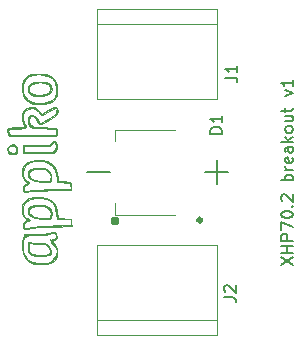
<source format=gbr>
G04 #@! TF.GenerationSoftware,KiCad,Pcbnew,5.1.4-e60b266~84~ubuntu18.04.1*
G04 #@! TF.CreationDate,2019-08-12T18:19:12+05:30*
G04 #@! TF.ProjectId,XHP70.2_breakout,58485037-302e-4325-9f62-7265616b6f75,rev?*
G04 #@! TF.SameCoordinates,Original*
G04 #@! TF.FileFunction,Legend,Top*
G04 #@! TF.FilePolarity,Positive*
%FSLAX46Y46*%
G04 Gerber Fmt 4.6, Leading zero omitted, Abs format (unit mm)*
G04 Created by KiCad (PCBNEW 5.1.4-e60b266~84~ubuntu18.04.1) date 2019-08-12 18:19:12*
%MOMM*%
%LPD*%
G04 APERTURE LIST*
%ADD10C,0.150000*%
%ADD11C,0.200000*%
%ADD12C,0.010000*%
%ADD13C,0.120000*%
%ADD14C,0.300000*%
%ADD15C,0.400000*%
G04 APERTURE END LIST*
D10*
X110452380Y-107880952D02*
X111452380Y-107214285D01*
X110452380Y-107214285D02*
X111452380Y-107880952D01*
X111452380Y-106833333D02*
X110452380Y-106833333D01*
X110928571Y-106833333D02*
X110928571Y-106261904D01*
X111452380Y-106261904D02*
X110452380Y-106261904D01*
X111452380Y-105785714D02*
X110452380Y-105785714D01*
X110452380Y-105404761D01*
X110500000Y-105309523D01*
X110547619Y-105261904D01*
X110642857Y-105214285D01*
X110785714Y-105214285D01*
X110880952Y-105261904D01*
X110928571Y-105309523D01*
X110976190Y-105404761D01*
X110976190Y-105785714D01*
X110452380Y-104880952D02*
X110452380Y-104214285D01*
X111452380Y-104642857D01*
X110452380Y-103642857D02*
X110452380Y-103547619D01*
X110500000Y-103452380D01*
X110547619Y-103404761D01*
X110642857Y-103357142D01*
X110833333Y-103309523D01*
X111071428Y-103309523D01*
X111261904Y-103357142D01*
X111357142Y-103404761D01*
X111404761Y-103452380D01*
X111452380Y-103547619D01*
X111452380Y-103642857D01*
X111404761Y-103738095D01*
X111357142Y-103785714D01*
X111261904Y-103833333D01*
X111071428Y-103880952D01*
X110833333Y-103880952D01*
X110642857Y-103833333D01*
X110547619Y-103785714D01*
X110500000Y-103738095D01*
X110452380Y-103642857D01*
X111357142Y-102880952D02*
X111404761Y-102833333D01*
X111452380Y-102880952D01*
X111404761Y-102928571D01*
X111357142Y-102880952D01*
X111452380Y-102880952D01*
X110547619Y-102452380D02*
X110500000Y-102404761D01*
X110452380Y-102309523D01*
X110452380Y-102071428D01*
X110500000Y-101976190D01*
X110547619Y-101928571D01*
X110642857Y-101880952D01*
X110738095Y-101880952D01*
X110880952Y-101928571D01*
X111452380Y-102500000D01*
X111452380Y-101880952D01*
X111452380Y-100690476D02*
X110452380Y-100690476D01*
X110833333Y-100690476D02*
X110785714Y-100595238D01*
X110785714Y-100404761D01*
X110833333Y-100309523D01*
X110880952Y-100261904D01*
X110976190Y-100214285D01*
X111261904Y-100214285D01*
X111357142Y-100261904D01*
X111404761Y-100309523D01*
X111452380Y-100404761D01*
X111452380Y-100595238D01*
X111404761Y-100690476D01*
X111452380Y-99785714D02*
X110785714Y-99785714D01*
X110976190Y-99785714D02*
X110880952Y-99738095D01*
X110833333Y-99690476D01*
X110785714Y-99595238D01*
X110785714Y-99500000D01*
X111404761Y-98785714D02*
X111452380Y-98880952D01*
X111452380Y-99071428D01*
X111404761Y-99166666D01*
X111309523Y-99214285D01*
X110928571Y-99214285D01*
X110833333Y-99166666D01*
X110785714Y-99071428D01*
X110785714Y-98880952D01*
X110833333Y-98785714D01*
X110928571Y-98738095D01*
X111023809Y-98738095D01*
X111119047Y-99214285D01*
X111452380Y-97880952D02*
X110928571Y-97880952D01*
X110833333Y-97928571D01*
X110785714Y-98023809D01*
X110785714Y-98214285D01*
X110833333Y-98309523D01*
X111404761Y-97880952D02*
X111452380Y-97976190D01*
X111452380Y-98214285D01*
X111404761Y-98309523D01*
X111309523Y-98357142D01*
X111214285Y-98357142D01*
X111119047Y-98309523D01*
X111071428Y-98214285D01*
X111071428Y-97976190D01*
X111023809Y-97880952D01*
X111452380Y-97404761D02*
X110452380Y-97404761D01*
X111071428Y-97309523D02*
X111452380Y-97023809D01*
X110785714Y-97023809D02*
X111166666Y-97404761D01*
X111452380Y-96452380D02*
X111404761Y-96547619D01*
X111357142Y-96595238D01*
X111261904Y-96642857D01*
X110976190Y-96642857D01*
X110880952Y-96595238D01*
X110833333Y-96547619D01*
X110785714Y-96452380D01*
X110785714Y-96309523D01*
X110833333Y-96214285D01*
X110880952Y-96166666D01*
X110976190Y-96119047D01*
X111261904Y-96119047D01*
X111357142Y-96166666D01*
X111404761Y-96214285D01*
X111452380Y-96309523D01*
X111452380Y-96452380D01*
X110785714Y-95261904D02*
X111452380Y-95261904D01*
X110785714Y-95690476D02*
X111309523Y-95690476D01*
X111404761Y-95642857D01*
X111452380Y-95547619D01*
X111452380Y-95404761D01*
X111404761Y-95309523D01*
X111357142Y-95261904D01*
X110785714Y-94928571D02*
X110785714Y-94547619D01*
X110452380Y-94785714D02*
X111309523Y-94785714D01*
X111404761Y-94738095D01*
X111452380Y-94642857D01*
X111452380Y-94547619D01*
X110785714Y-93547619D02*
X111452380Y-93309523D01*
X110785714Y-93071428D01*
X111452380Y-92166666D02*
X111452380Y-92738095D01*
X111452380Y-92452380D02*
X110452380Y-92452380D01*
X110595238Y-92547619D01*
X110690476Y-92642857D01*
X110738095Y-92738095D01*
D11*
X96000000Y-100000000D02*
X94000000Y-100000000D01*
X105000000Y-99000000D02*
X105000000Y-101000000D01*
X104000000Y-100000000D02*
X106000000Y-100000000D01*
D12*
G36*
X89058463Y-92660086D02*
G01*
X89252763Y-92457113D01*
X89581929Y-92345494D01*
X90050323Y-92323211D01*
X90321177Y-92343168D01*
X90674849Y-92400167D01*
X90890187Y-92498223D01*
X90997392Y-92661960D01*
X91026665Y-92916004D01*
X91026666Y-92918416D01*
X90997706Y-93167738D01*
X90887341Y-93328688D01*
X90803257Y-93391147D01*
X90559845Y-93489524D01*
X90197548Y-93533722D01*
X90134842Y-93534999D01*
X90134842Y-93461538D01*
X90468279Y-93419734D01*
X90719898Y-93329573D01*
X90772013Y-93291592D01*
X90911168Y-93070440D01*
X90920994Y-92820016D01*
X90807981Y-92600629D01*
X90688000Y-92511013D01*
X90393662Y-92421563D01*
X90040937Y-92398040D01*
X89683199Y-92434262D01*
X89373820Y-92524047D01*
X89166173Y-92661213D01*
X89144129Y-92689842D01*
X89081894Y-92920062D01*
X89150836Y-93166466D01*
X89253428Y-93295310D01*
X89466437Y-93399475D01*
X89780568Y-93454835D01*
X90134842Y-93461538D01*
X90134842Y-93534999D01*
X90010666Y-93537530D01*
X89552512Y-93506617D01*
X89239505Y-93408740D01*
X89058167Y-93236188D01*
X88995016Y-92981251D01*
X88994666Y-92956430D01*
X89058463Y-92660086D01*
X89058463Y-92660086D01*
G37*
X89058463Y-92660086D02*
X89252763Y-92457113D01*
X89581929Y-92345494D01*
X90050323Y-92323211D01*
X90321177Y-92343168D01*
X90674849Y-92400167D01*
X90890187Y-92498223D01*
X90997392Y-92661960D01*
X91026665Y-92916004D01*
X91026666Y-92918416D01*
X90997706Y-93167738D01*
X90887341Y-93328688D01*
X90803257Y-93391147D01*
X90559845Y-93489524D01*
X90197548Y-93533722D01*
X90134842Y-93534999D01*
X90134842Y-93461538D01*
X90468279Y-93419734D01*
X90719898Y-93329573D01*
X90772013Y-93291592D01*
X90911168Y-93070440D01*
X90920994Y-92820016D01*
X90807981Y-92600629D01*
X90688000Y-92511013D01*
X90393662Y-92421563D01*
X90040937Y-92398040D01*
X89683199Y-92434262D01*
X89373820Y-92524047D01*
X89166173Y-92661213D01*
X89144129Y-92689842D01*
X89081894Y-92920062D01*
X89150836Y-93166466D01*
X89253428Y-93295310D01*
X89466437Y-93399475D01*
X89780568Y-93454835D01*
X90134842Y-93461538D01*
X90134842Y-93534999D01*
X90010666Y-93537530D01*
X89552512Y-93506617D01*
X89239505Y-93408740D01*
X89058167Y-93236188D01*
X88995016Y-92981251D01*
X88994666Y-92956430D01*
X89058463Y-92660086D01*
G36*
X90899666Y-105694667D02*
G01*
X90942000Y-105737000D01*
X90899666Y-105779334D01*
X90857333Y-105737000D01*
X90899666Y-105694667D01*
X90899666Y-105694667D01*
G37*
X90899666Y-105694667D02*
X90942000Y-105737000D01*
X90899666Y-105779334D01*
X90857333Y-105737000D01*
X90899666Y-105694667D01*
G36*
X89750601Y-105961410D02*
G01*
X90151466Y-105985343D01*
X90426898Y-106025785D01*
X90620634Y-106091848D01*
X90745434Y-106168705D01*
X90933283Y-106381655D01*
X91013810Y-106630276D01*
X90977293Y-106860933D01*
X90891027Y-106971879D01*
X90703570Y-107048452D01*
X90405368Y-107089769D01*
X90051085Y-107096827D01*
X90048876Y-107096665D01*
X90048876Y-107007000D01*
X90490250Y-106975807D01*
X90787726Y-106885977D01*
X90936079Y-106743132D01*
X90930084Y-106552896D01*
X90764515Y-106320893D01*
X90723562Y-106280926D01*
X90590314Y-106176285D01*
X90432203Y-106110410D01*
X90203410Y-106071733D01*
X89858115Y-106048687D01*
X89792229Y-106045812D01*
X89079333Y-106015957D01*
X89079333Y-106350190D01*
X89115288Y-106641785D01*
X89237970Y-106837607D01*
X89469603Y-106952713D01*
X89832413Y-107002159D01*
X90048876Y-107007000D01*
X90048876Y-107096665D01*
X89695386Y-107070618D01*
X89392933Y-107012138D01*
X89224132Y-106941549D01*
X89084334Y-106826779D01*
X89016137Y-106681971D01*
X88995311Y-106445890D01*
X88994666Y-106361625D01*
X88994666Y-105931819D01*
X89750601Y-105961410D01*
X89750601Y-105961410D01*
G37*
X89750601Y-105961410D02*
X90151466Y-105985343D01*
X90426898Y-106025785D01*
X90620634Y-106091848D01*
X90745434Y-106168705D01*
X90933283Y-106381655D01*
X91013810Y-106630276D01*
X90977293Y-106860933D01*
X90891027Y-106971879D01*
X90703570Y-107048452D01*
X90405368Y-107089769D01*
X90051085Y-107096827D01*
X90048876Y-107096665D01*
X90048876Y-107007000D01*
X90490250Y-106975807D01*
X90787726Y-106885977D01*
X90936079Y-106743132D01*
X90930084Y-106552896D01*
X90764515Y-106320893D01*
X90723562Y-106280926D01*
X90590314Y-106176285D01*
X90432203Y-106110410D01*
X90203410Y-106071733D01*
X89858115Y-106048687D01*
X89792229Y-106045812D01*
X89079333Y-106015957D01*
X89079333Y-106350190D01*
X89115288Y-106641785D01*
X89237970Y-106837607D01*
X89469603Y-106952713D01*
X89832413Y-107002159D01*
X90048876Y-107007000D01*
X90048876Y-107096665D01*
X89695386Y-107070618D01*
X89392933Y-107012138D01*
X89224132Y-106941549D01*
X89084334Y-106826779D01*
X89016137Y-106681971D01*
X88995311Y-106445890D01*
X88994666Y-106361625D01*
X88994666Y-105931819D01*
X89750601Y-105961410D01*
G36*
X89023056Y-99953795D02*
G01*
X89118209Y-99804012D01*
X89319772Y-99713331D01*
X89651006Y-99668726D01*
X89934753Y-99658450D01*
X90386984Y-99681752D01*
X90700606Y-99777153D01*
X90895997Y-99958471D01*
X90993535Y-100239526D01*
X91010026Y-100387604D01*
X91017054Y-100629309D01*
X90981119Y-100754766D01*
X90879230Y-100815878D01*
X90811998Y-100834653D01*
X90610205Y-100854044D01*
X90610205Y-100785091D01*
X90809306Y-100755567D01*
X90920795Y-100633616D01*
X90946307Y-100424834D01*
X90891354Y-100184883D01*
X90761450Y-99969423D01*
X90728048Y-99935187D01*
X90589431Y-99826574D01*
X90430682Y-99767000D01*
X90198943Y-99743908D01*
X89920573Y-99743336D01*
X89588865Y-99763218D01*
X89328945Y-99806593D01*
X89198910Y-99858827D01*
X89093344Y-100039587D01*
X89122626Y-100256937D01*
X89273691Y-100465029D01*
X89397309Y-100555099D01*
X89633179Y-100648817D01*
X89955742Y-100724322D01*
X90302313Y-100772713D01*
X90610205Y-100785091D01*
X90610205Y-100854044D01*
X90502126Y-100864431D01*
X90110408Y-100837653D01*
X89710796Y-100764094D01*
X89377246Y-100653528D01*
X89352215Y-100641715D01*
X89140879Y-100514318D01*
X89042550Y-100364703D01*
X89011052Y-100175705D01*
X89023056Y-99953795D01*
X89023056Y-99953795D01*
G37*
X89023056Y-99953795D02*
X89118209Y-99804012D01*
X89319772Y-99713331D01*
X89651006Y-99668726D01*
X89934753Y-99658450D01*
X90386984Y-99681752D01*
X90700606Y-99777153D01*
X90895997Y-99958471D01*
X90993535Y-100239526D01*
X91010026Y-100387604D01*
X91017054Y-100629309D01*
X90981119Y-100754766D01*
X90879230Y-100815878D01*
X90811998Y-100834653D01*
X90610205Y-100854044D01*
X90610205Y-100785091D01*
X90809306Y-100755567D01*
X90920795Y-100633616D01*
X90946307Y-100424834D01*
X90891354Y-100184883D01*
X90761450Y-99969423D01*
X90728048Y-99935187D01*
X90589431Y-99826574D01*
X90430682Y-99767000D01*
X90198943Y-99743908D01*
X89920573Y-99743336D01*
X89588865Y-99763218D01*
X89328945Y-99806593D01*
X89198910Y-99858827D01*
X89093344Y-100039587D01*
X89122626Y-100256937D01*
X89273691Y-100465029D01*
X89397309Y-100555099D01*
X89633179Y-100648817D01*
X89955742Y-100724322D01*
X90302313Y-100772713D01*
X90610205Y-100785091D01*
X90610205Y-100854044D01*
X90502126Y-100864431D01*
X90110408Y-100837653D01*
X89710796Y-100764094D01*
X89377246Y-100653528D01*
X89352215Y-100641715D01*
X89140879Y-100514318D01*
X89042550Y-100364703D01*
X89011052Y-100175705D01*
X89023056Y-99953795D01*
G36*
X89017084Y-103092282D02*
G01*
X89098254Y-102949011D01*
X89284192Y-102854848D01*
X89604529Y-102786082D01*
X89678019Y-102774681D01*
X90049421Y-102761349D01*
X90424137Y-102817102D01*
X90739884Y-102928576D01*
X90895856Y-103035952D01*
X90986849Y-103219289D01*
X91026207Y-103503845D01*
X91026666Y-103540102D01*
X91014709Y-103777928D01*
X90960668Y-103900330D01*
X90837289Y-103960569D01*
X90807471Y-103968456D01*
X90610246Y-103987193D01*
X90610246Y-103917768D01*
X90809306Y-103888234D01*
X90913887Y-103768367D01*
X90944904Y-103559060D01*
X90905703Y-103321733D01*
X90799631Y-103117804D01*
X90765340Y-103081347D01*
X90556292Y-102949801D01*
X90299067Y-102862440D01*
X90295670Y-102861795D01*
X89999095Y-102837946D01*
X89676782Y-102859543D01*
X89387823Y-102917719D01*
X89191310Y-103003603D01*
X89160228Y-103032211D01*
X89085842Y-103237165D01*
X89154490Y-103460003D01*
X89350901Y-103658507D01*
X89397309Y-103687619D01*
X89633164Y-103781406D01*
X89955736Y-103856966D01*
X90302328Y-103905389D01*
X90610246Y-103917768D01*
X90610246Y-103987193D01*
X90501595Y-103997516D01*
X90113186Y-103970718D01*
X89715795Y-103897870D01*
X89382971Y-103788781D01*
X89352215Y-103774382D01*
X89140879Y-103646985D01*
X89042550Y-103497370D01*
X89011052Y-103308371D01*
X89017084Y-103092282D01*
X89017084Y-103092282D01*
G37*
X89017084Y-103092282D02*
X89098254Y-102949011D01*
X89284192Y-102854848D01*
X89604529Y-102786082D01*
X89678019Y-102774681D01*
X90049421Y-102761349D01*
X90424137Y-102817102D01*
X90739884Y-102928576D01*
X90895856Y-103035952D01*
X90986849Y-103219289D01*
X91026207Y-103503845D01*
X91026666Y-103540102D01*
X91014709Y-103777928D01*
X90960668Y-103900330D01*
X90837289Y-103960569D01*
X90807471Y-103968456D01*
X90610246Y-103987193D01*
X90610246Y-103917768D01*
X90809306Y-103888234D01*
X90913887Y-103768367D01*
X90944904Y-103559060D01*
X90905703Y-103321733D01*
X90799631Y-103117804D01*
X90765340Y-103081347D01*
X90556292Y-102949801D01*
X90299067Y-102862440D01*
X90295670Y-102861795D01*
X89999095Y-102837946D01*
X89676782Y-102859543D01*
X89387823Y-102917719D01*
X89191310Y-103003603D01*
X89160228Y-103032211D01*
X89085842Y-103237165D01*
X89154490Y-103460003D01*
X89350901Y-103658507D01*
X89397309Y-103687619D01*
X89633164Y-103781406D01*
X89955736Y-103856966D01*
X90302328Y-103905389D01*
X90610246Y-103917768D01*
X90610246Y-103987193D01*
X90501595Y-103997516D01*
X90113186Y-103970718D01*
X89715795Y-103897870D01*
X89382971Y-103788781D01*
X89352215Y-103774382D01*
X89140879Y-103646985D01*
X89042550Y-103497370D01*
X89011052Y-103308371D01*
X89017084Y-103092282D01*
G36*
X87342142Y-97826448D02*
G01*
X87518140Y-97674103D01*
X87754459Y-97642253D01*
X87950787Y-97716978D01*
X88061064Y-97870765D01*
X88107644Y-98099456D01*
X88075667Y-98315820D01*
X88058598Y-98349834D01*
X87907120Y-98460102D01*
X87689455Y-98493345D01*
X87689455Y-98389827D01*
X87891151Y-98357497D01*
X87937432Y-98327755D01*
X88047992Y-98190909D01*
X88035250Y-98027498D01*
X87975687Y-97899768D01*
X87829488Y-97762832D01*
X87643329Y-97745516D01*
X87467228Y-97823991D01*
X87351205Y-97974427D01*
X87345280Y-98172998D01*
X87353309Y-98196265D01*
X87482632Y-98329883D01*
X87689455Y-98389827D01*
X87689455Y-98493345D01*
X87677018Y-98495245D01*
X87445148Y-98447219D01*
X87393055Y-98419486D01*
X87308676Y-98287829D01*
X87273115Y-98076921D01*
X87273111Y-98074667D01*
X87342142Y-97826448D01*
X87342142Y-97826448D01*
G37*
X87342142Y-97826448D02*
X87518140Y-97674103D01*
X87754459Y-97642253D01*
X87950787Y-97716978D01*
X88061064Y-97870765D01*
X88107644Y-98099456D01*
X88075667Y-98315820D01*
X88058598Y-98349834D01*
X87907120Y-98460102D01*
X87689455Y-98493345D01*
X87689455Y-98389827D01*
X87891151Y-98357497D01*
X87937432Y-98327755D01*
X88047992Y-98190909D01*
X88035250Y-98027498D01*
X87975687Y-97899768D01*
X87829488Y-97762832D01*
X87643329Y-97745516D01*
X87467228Y-97823991D01*
X87351205Y-97974427D01*
X87345280Y-98172998D01*
X87353309Y-98196265D01*
X87482632Y-98329883D01*
X87689455Y-98389827D01*
X87689455Y-98493345D01*
X87677018Y-98495245D01*
X87445148Y-98447219D01*
X87393055Y-98419486D01*
X87308676Y-98287829D01*
X87273115Y-98076921D01*
X87273111Y-98074667D01*
X87342142Y-97826448D01*
G36*
X88532087Y-92490214D02*
G01*
X88672309Y-92122458D01*
X88934729Y-91863150D01*
X89326219Y-91706121D01*
X89853651Y-91645199D01*
X89986780Y-91644067D01*
X90543920Y-91697593D01*
X90968687Y-91853056D01*
X91267985Y-92116081D01*
X91448714Y-92492291D01*
X91513180Y-92887696D01*
X91513141Y-93253459D01*
X91448197Y-93532187D01*
X91382087Y-93672000D01*
X91146204Y-93937057D01*
X90799741Y-94122077D01*
X90381828Y-94226144D01*
X90236863Y-94233290D01*
X90236863Y-94164627D01*
X90659482Y-94081773D01*
X91021745Y-93904154D01*
X91275900Y-93642977D01*
X91416791Y-93282592D01*
X91441553Y-92869403D01*
X91349901Y-92474108D01*
X91281124Y-92337727D01*
X91024090Y-92024268D01*
X90693046Y-91828453D01*
X90258684Y-91736424D01*
X89985295Y-91724984D01*
X89505782Y-91758185D01*
X89147441Y-91868149D01*
X88873922Y-92069509D01*
X88747341Y-92223293D01*
X88607985Y-92547114D01*
X88570919Y-92939054D01*
X88636373Y-93332113D01*
X88742732Y-93571090D01*
X89006823Y-93855947D01*
X89370538Y-94050579D01*
X89793883Y-94153851D01*
X90236863Y-94164627D01*
X90236863Y-94233290D01*
X89931599Y-94248340D01*
X89488184Y-94187748D01*
X89090715Y-94043452D01*
X88778325Y-93814534D01*
X88711013Y-93734589D01*
X88581410Y-93464682D01*
X88514168Y-93072814D01*
X88507191Y-92972589D01*
X88532087Y-92490214D01*
X88532087Y-92490214D01*
G37*
X88532087Y-92490214D02*
X88672309Y-92122458D01*
X88934729Y-91863150D01*
X89326219Y-91706121D01*
X89853651Y-91645199D01*
X89986780Y-91644067D01*
X90543920Y-91697593D01*
X90968687Y-91853056D01*
X91267985Y-92116081D01*
X91448714Y-92492291D01*
X91513180Y-92887696D01*
X91513141Y-93253459D01*
X91448197Y-93532187D01*
X91382087Y-93672000D01*
X91146204Y-93937057D01*
X90799741Y-94122077D01*
X90381828Y-94226144D01*
X90236863Y-94233290D01*
X90236863Y-94164627D01*
X90659482Y-94081773D01*
X91021745Y-93904154D01*
X91275900Y-93642977D01*
X91416791Y-93282592D01*
X91441553Y-92869403D01*
X91349901Y-92474108D01*
X91281124Y-92337727D01*
X91024090Y-92024268D01*
X90693046Y-91828453D01*
X90258684Y-91736424D01*
X89985295Y-91724984D01*
X89505782Y-91758185D01*
X89147441Y-91868149D01*
X88873922Y-92069509D01*
X88747341Y-92223293D01*
X88607985Y-92547114D01*
X88570919Y-92939054D01*
X88636373Y-93332113D01*
X88742732Y-93571090D01*
X89006823Y-93855947D01*
X89370538Y-94050579D01*
X89793883Y-94153851D01*
X90236863Y-94164627D01*
X90236863Y-94233290D01*
X89931599Y-94248340D01*
X89488184Y-94187748D01*
X89090715Y-94043452D01*
X88778325Y-93814534D01*
X88711013Y-93734589D01*
X88581410Y-93464682D01*
X88514168Y-93072814D01*
X88507191Y-92972589D01*
X88532087Y-92490214D01*
G36*
X87291961Y-96317834D02*
G01*
X87353894Y-96262944D01*
X87540048Y-96229013D01*
X87868542Y-96213573D01*
X88069380Y-96212000D01*
X88428763Y-96209347D01*
X88644376Y-96197930D01*
X88741746Y-96172560D01*
X88746397Y-96128051D01*
X88707706Y-96082279D01*
X88580091Y-95859320D01*
X88509324Y-95537794D01*
X88507148Y-95182349D01*
X88523534Y-95068360D01*
X88657072Y-94765713D01*
X88914254Y-94568810D01*
X89277784Y-94489531D01*
X89367030Y-94488965D01*
X89616060Y-94521987D01*
X89807949Y-94631775D01*
X89969601Y-94798207D01*
X90229145Y-95098455D01*
X90761776Y-94759806D01*
X91035318Y-94601362D01*
X91264659Y-94496383D01*
X91405113Y-94464896D01*
X91414537Y-94467255D01*
X91503915Y-94580809D01*
X91531033Y-94783266D01*
X91494415Y-95005481D01*
X91428833Y-95137445D01*
X91304301Y-95249695D01*
X91080265Y-95406731D01*
X90801349Y-95582041D01*
X90512183Y-95749114D01*
X90257391Y-95881439D01*
X90081602Y-95952504D01*
X90047583Y-95958000D01*
X89939288Y-95888378D01*
X89820647Y-95717286D01*
X89802997Y-95682049D01*
X89633584Y-95417575D01*
X89444063Y-95266885D01*
X89264315Y-95249588D01*
X89199698Y-95286173D01*
X89088498Y-95475950D01*
X89096069Y-95717298D01*
X89214146Y-95949831D01*
X89302418Y-96036522D01*
X89420828Y-96114495D01*
X89563418Y-96165553D01*
X89766900Y-96195171D01*
X90067985Y-96208826D01*
X90478692Y-96212000D01*
X90904929Y-96215744D01*
X91190572Y-96229517D01*
X91364248Y-96257138D01*
X91454583Y-96302421D01*
X91483274Y-96345925D01*
X91524982Y-96646775D01*
X91478593Y-96868167D01*
X91422134Y-96903997D01*
X91274817Y-96931369D01*
X91020907Y-96951104D01*
X90644669Y-96964023D01*
X90130367Y-96970947D01*
X89474444Y-96972704D01*
X89010324Y-96970266D01*
X89010324Y-96889345D01*
X89401231Y-96889334D01*
X89957747Y-96886801D01*
X90456986Y-96879701D01*
X90874249Y-96868780D01*
X91184836Y-96854785D01*
X91364048Y-96838462D01*
X91397442Y-96829002D01*
X91434526Y-96707075D01*
X91432720Y-96553836D01*
X91417286Y-96463605D01*
X91376744Y-96401692D01*
X91282392Y-96361090D01*
X91105528Y-96334793D01*
X90817453Y-96315795D01*
X90389464Y-96297091D01*
X90379173Y-96296667D01*
X89860113Y-96266602D01*
X89487157Y-96218140D01*
X89237221Y-96139819D01*
X89087218Y-96020176D01*
X89014062Y-95847746D01*
X88994667Y-95611066D01*
X88994666Y-95609190D01*
X89051063Y-95341647D01*
X89195253Y-95188831D01*
X89389730Y-95151566D01*
X89596991Y-95230672D01*
X89779533Y-95426973D01*
X89857664Y-95590282D01*
X89940829Y-95777451D01*
X90012698Y-95870918D01*
X90021607Y-95873334D01*
X90125387Y-95832087D01*
X90328859Y-95725170D01*
X90588851Y-95577816D01*
X90862189Y-95415257D01*
X91105701Y-95262729D01*
X91276214Y-95145463D01*
X91301833Y-95125072D01*
X91383462Y-94998243D01*
X91439187Y-94813568D01*
X91458013Y-94635309D01*
X91428944Y-94527730D01*
X91405591Y-94518667D01*
X91317640Y-94560719D01*
X91125960Y-94671836D01*
X90869226Y-94829460D01*
X90824942Y-94857334D01*
X90555550Y-95021071D01*
X90338434Y-95141295D01*
X90215369Y-95195078D01*
X90207939Y-95196000D01*
X90109582Y-95133849D01*
X89968696Y-94980160D01*
X89936241Y-94937745D01*
X89661820Y-94668950D01*
X89360537Y-94560980D01*
X89060393Y-94611179D01*
X88773005Y-94811282D01*
X88608000Y-95102428D01*
X88573540Y-95450656D01*
X88677782Y-95822001D01*
X88741284Y-95939375D01*
X88826075Y-96090130D01*
X88845969Y-96190385D01*
X88778374Y-96251960D01*
X88600701Y-96286670D01*
X88290359Y-96306333D01*
X88021000Y-96316164D01*
X87684601Y-96330949D01*
X87484852Y-96353697D01*
X87389079Y-96394036D01*
X87364605Y-96461596D01*
X87368855Y-96508334D01*
X87388046Y-96629274D01*
X87418828Y-96721477D01*
X87481976Y-96788840D01*
X87598264Y-96835256D01*
X87788469Y-96864620D01*
X88073363Y-96880826D01*
X88473724Y-96887770D01*
X89010324Y-96889345D01*
X89010324Y-96970266D01*
X88911499Y-96969746D01*
X88403251Y-96962159D01*
X87974829Y-96950718D01*
X87651363Y-96936197D01*
X87457985Y-96919373D01*
X87415835Y-96909204D01*
X87334420Y-96774803D01*
X87290780Y-96537177D01*
X87291961Y-96317834D01*
X87291961Y-96317834D01*
G37*
X87291961Y-96317834D02*
X87353894Y-96262944D01*
X87540048Y-96229013D01*
X87868542Y-96213573D01*
X88069380Y-96212000D01*
X88428763Y-96209347D01*
X88644376Y-96197930D01*
X88741746Y-96172560D01*
X88746397Y-96128051D01*
X88707706Y-96082279D01*
X88580091Y-95859320D01*
X88509324Y-95537794D01*
X88507148Y-95182349D01*
X88523534Y-95068360D01*
X88657072Y-94765713D01*
X88914254Y-94568810D01*
X89277784Y-94489531D01*
X89367030Y-94488965D01*
X89616060Y-94521987D01*
X89807949Y-94631775D01*
X89969601Y-94798207D01*
X90229145Y-95098455D01*
X90761776Y-94759806D01*
X91035318Y-94601362D01*
X91264659Y-94496383D01*
X91405113Y-94464896D01*
X91414537Y-94467255D01*
X91503915Y-94580809D01*
X91531033Y-94783266D01*
X91494415Y-95005481D01*
X91428833Y-95137445D01*
X91304301Y-95249695D01*
X91080265Y-95406731D01*
X90801349Y-95582041D01*
X90512183Y-95749114D01*
X90257391Y-95881439D01*
X90081602Y-95952504D01*
X90047583Y-95958000D01*
X89939288Y-95888378D01*
X89820647Y-95717286D01*
X89802997Y-95682049D01*
X89633584Y-95417575D01*
X89444063Y-95266885D01*
X89264315Y-95249588D01*
X89199698Y-95286173D01*
X89088498Y-95475950D01*
X89096069Y-95717298D01*
X89214146Y-95949831D01*
X89302418Y-96036522D01*
X89420828Y-96114495D01*
X89563418Y-96165553D01*
X89766900Y-96195171D01*
X90067985Y-96208826D01*
X90478692Y-96212000D01*
X90904929Y-96215744D01*
X91190572Y-96229517D01*
X91364248Y-96257138D01*
X91454583Y-96302421D01*
X91483274Y-96345925D01*
X91524982Y-96646775D01*
X91478593Y-96868167D01*
X91422134Y-96903997D01*
X91274817Y-96931369D01*
X91020907Y-96951104D01*
X90644669Y-96964023D01*
X90130367Y-96970947D01*
X89474444Y-96972704D01*
X89010324Y-96970266D01*
X89010324Y-96889345D01*
X89401231Y-96889334D01*
X89957747Y-96886801D01*
X90456986Y-96879701D01*
X90874249Y-96868780D01*
X91184836Y-96854785D01*
X91364048Y-96838462D01*
X91397442Y-96829002D01*
X91434526Y-96707075D01*
X91432720Y-96553836D01*
X91417286Y-96463605D01*
X91376744Y-96401692D01*
X91282392Y-96361090D01*
X91105528Y-96334793D01*
X90817453Y-96315795D01*
X90389464Y-96297091D01*
X90379173Y-96296667D01*
X89860113Y-96266602D01*
X89487157Y-96218140D01*
X89237221Y-96139819D01*
X89087218Y-96020176D01*
X89014062Y-95847746D01*
X88994667Y-95611066D01*
X88994666Y-95609190D01*
X89051063Y-95341647D01*
X89195253Y-95188831D01*
X89389730Y-95151566D01*
X89596991Y-95230672D01*
X89779533Y-95426973D01*
X89857664Y-95590282D01*
X89940829Y-95777451D01*
X90012698Y-95870918D01*
X90021607Y-95873334D01*
X90125387Y-95832087D01*
X90328859Y-95725170D01*
X90588851Y-95577816D01*
X90862189Y-95415257D01*
X91105701Y-95262729D01*
X91276214Y-95145463D01*
X91301833Y-95125072D01*
X91383462Y-94998243D01*
X91439187Y-94813568D01*
X91458013Y-94635309D01*
X91428944Y-94527730D01*
X91405591Y-94518667D01*
X91317640Y-94560719D01*
X91125960Y-94671836D01*
X90869226Y-94829460D01*
X90824942Y-94857334D01*
X90555550Y-95021071D01*
X90338434Y-95141295D01*
X90215369Y-95195078D01*
X90207939Y-95196000D01*
X90109582Y-95133849D01*
X89968696Y-94980160D01*
X89936241Y-94937745D01*
X89661820Y-94668950D01*
X89360537Y-94560980D01*
X89060393Y-94611179D01*
X88773005Y-94811282D01*
X88608000Y-95102428D01*
X88573540Y-95450656D01*
X88677782Y-95822001D01*
X88741284Y-95939375D01*
X88826075Y-96090130D01*
X88845969Y-96190385D01*
X88778374Y-96251960D01*
X88600701Y-96286670D01*
X88290359Y-96306333D01*
X88021000Y-96316164D01*
X87684601Y-96330949D01*
X87484852Y-96353697D01*
X87389079Y-96394036D01*
X87364605Y-96461596D01*
X87368855Y-96508334D01*
X87388046Y-96629274D01*
X87418828Y-96721477D01*
X87481976Y-96788840D01*
X87598264Y-96835256D01*
X87788469Y-96864620D01*
X88073363Y-96880826D01*
X88473724Y-96887770D01*
X89010324Y-96889345D01*
X89010324Y-96970266D01*
X88911499Y-96969746D01*
X88403251Y-96962159D01*
X87974829Y-96950718D01*
X87651363Y-96936197D01*
X87457985Y-96919373D01*
X87415835Y-96909204D01*
X87334420Y-96774803D01*
X87290780Y-96537177D01*
X87291961Y-96317834D01*
G36*
X89722259Y-97736000D02*
G01*
X90185675Y-97734283D01*
X90507064Y-97726667D01*
X90713718Y-97709458D01*
X90832929Y-97678963D01*
X90891990Y-97631486D01*
X90915420Y-97574495D01*
X91028961Y-97416174D01*
X91213746Y-97366436D01*
X91398227Y-97442849D01*
X91409156Y-97453252D01*
X91518665Y-97672908D01*
X91503090Y-97949586D01*
X91433494Y-98117000D01*
X91317891Y-98279600D01*
X91245569Y-98348537D01*
X91132526Y-98370260D01*
X90882002Y-98388851D01*
X90525838Y-98402849D01*
X90095878Y-98410793D01*
X89862500Y-98412037D01*
X88656000Y-98413248D01*
X88656000Y-98328667D01*
X89880368Y-98328667D01*
X90362157Y-98327126D01*
X90704184Y-98319889D01*
X90936008Y-98303034D01*
X91087190Y-98272641D01*
X91187292Y-98224789D01*
X91265874Y-98155556D01*
X91277368Y-98143369D01*
X91418985Y-97907708D01*
X91438933Y-97668606D01*
X91355016Y-97505550D01*
X91211157Y-97447602D01*
X91075378Y-97498724D01*
X91026666Y-97609000D01*
X91002742Y-97690642D01*
X90915698Y-97748809D01*
X90742625Y-97787179D01*
X90460615Y-97809427D01*
X90046759Y-97819229D01*
X89707408Y-97820667D01*
X88656000Y-97820667D01*
X88656000Y-98328667D01*
X88656000Y-98413248D01*
X88571333Y-98413334D01*
X88571333Y-97736000D01*
X89722259Y-97736000D01*
X89722259Y-97736000D01*
G37*
X89722259Y-97736000D02*
X90185675Y-97734283D01*
X90507064Y-97726667D01*
X90713718Y-97709458D01*
X90832929Y-97678963D01*
X90891990Y-97631486D01*
X90915420Y-97574495D01*
X91028961Y-97416174D01*
X91213746Y-97366436D01*
X91398227Y-97442849D01*
X91409156Y-97453252D01*
X91518665Y-97672908D01*
X91503090Y-97949586D01*
X91433494Y-98117000D01*
X91317891Y-98279600D01*
X91245569Y-98348537D01*
X91132526Y-98370260D01*
X90882002Y-98388851D01*
X90525838Y-98402849D01*
X90095878Y-98410793D01*
X89862500Y-98412037D01*
X88656000Y-98413248D01*
X88656000Y-98328667D01*
X89880368Y-98328667D01*
X90362157Y-98327126D01*
X90704184Y-98319889D01*
X90936008Y-98303034D01*
X91087190Y-98272641D01*
X91187292Y-98224789D01*
X91265874Y-98155556D01*
X91277368Y-98143369D01*
X91418985Y-97907708D01*
X91438933Y-97668606D01*
X91355016Y-97505550D01*
X91211157Y-97447602D01*
X91075378Y-97498724D01*
X91026666Y-97609000D01*
X91002742Y-97690642D01*
X90915698Y-97748809D01*
X90742625Y-97787179D01*
X90460615Y-97809427D01*
X90046759Y-97819229D01*
X89707408Y-97820667D01*
X88656000Y-97820667D01*
X88656000Y-98328667D01*
X88656000Y-98413248D01*
X88571333Y-98413334D01*
X88571333Y-97736000D01*
X89722259Y-97736000D01*
G36*
X88565652Y-105760265D02*
G01*
X88578349Y-105698835D01*
X88670031Y-105271334D01*
X89530849Y-105269314D01*
X90022143Y-105260190D01*
X90407442Y-105230058D01*
X90749593Y-105170799D01*
X91111442Y-105074293D01*
X91164087Y-105058318D01*
X91297253Y-105049238D01*
X91387486Y-105149348D01*
X91441940Y-105284608D01*
X91485938Y-105512425D01*
X91409474Y-105670349D01*
X91189728Y-105801605D01*
X91162826Y-105813295D01*
X91136996Y-105886801D01*
X91213838Y-105971415D01*
X91395608Y-106213503D01*
X91503983Y-106546538D01*
X91523687Y-106902417D01*
X91474601Y-107134000D01*
X91277254Y-107433459D01*
X90945827Y-107652053D01*
X90499818Y-107780241D01*
X90090505Y-107811334D01*
X90069725Y-107809129D01*
X90069725Y-107726667D01*
X90425512Y-107705265D01*
X90726862Y-107648591D01*
X90854062Y-107601359D01*
X91180143Y-107357991D01*
X91382187Y-107047376D01*
X91446658Y-106703659D01*
X91360025Y-106360986D01*
X91351896Y-106345268D01*
X91209800Y-106151251D01*
X91101443Y-106052184D01*
X91004631Y-105916275D01*
X91016194Y-105774359D01*
X91126155Y-105696499D01*
X91152358Y-105694667D01*
X91313449Y-105624983D01*
X91384889Y-105455501D01*
X91362258Y-105303171D01*
X91313156Y-105202613D01*
X91235978Y-105163830D01*
X91084105Y-105181091D01*
X90845557Y-105239671D01*
X90553957Y-105292235D01*
X90161573Y-105332439D01*
X89736844Y-105354000D01*
X89577940Y-105356000D01*
X89176898Y-105358008D01*
X88913228Y-105382414D01*
X88755047Y-105456791D01*
X88670472Y-105608713D01*
X88627619Y-105865753D01*
X88598952Y-106202667D01*
X88581854Y-106522514D01*
X88602409Y-106738907D01*
X88672441Y-106915743D01*
X88755257Y-107047319D01*
X89066238Y-107408443D01*
X89424162Y-107625772D01*
X89867850Y-107719368D01*
X90069725Y-107726667D01*
X90069725Y-107809129D01*
X89525540Y-107751377D01*
X89081488Y-107573893D01*
X88760912Y-107282461D01*
X88566372Y-106880659D01*
X88500432Y-106372068D01*
X88565652Y-105760265D01*
X88565652Y-105760265D01*
G37*
X88565652Y-105760265D02*
X88578349Y-105698835D01*
X88670031Y-105271334D01*
X89530849Y-105269314D01*
X90022143Y-105260190D01*
X90407442Y-105230058D01*
X90749593Y-105170799D01*
X91111442Y-105074293D01*
X91164087Y-105058318D01*
X91297253Y-105049238D01*
X91387486Y-105149348D01*
X91441940Y-105284608D01*
X91485938Y-105512425D01*
X91409474Y-105670349D01*
X91189728Y-105801605D01*
X91162826Y-105813295D01*
X91136996Y-105886801D01*
X91213838Y-105971415D01*
X91395608Y-106213503D01*
X91503983Y-106546538D01*
X91523687Y-106902417D01*
X91474601Y-107134000D01*
X91277254Y-107433459D01*
X90945827Y-107652053D01*
X90499818Y-107780241D01*
X90090505Y-107811334D01*
X90069725Y-107809129D01*
X90069725Y-107726667D01*
X90425512Y-107705265D01*
X90726862Y-107648591D01*
X90854062Y-107601359D01*
X91180143Y-107357991D01*
X91382187Y-107047376D01*
X91446658Y-106703659D01*
X91360025Y-106360986D01*
X91351896Y-106345268D01*
X91209800Y-106151251D01*
X91101443Y-106052184D01*
X91004631Y-105916275D01*
X91016194Y-105774359D01*
X91126155Y-105696499D01*
X91152358Y-105694667D01*
X91313449Y-105624983D01*
X91384889Y-105455501D01*
X91362258Y-105303171D01*
X91313156Y-105202613D01*
X91235978Y-105163830D01*
X91084105Y-105181091D01*
X90845557Y-105239671D01*
X90553957Y-105292235D01*
X90161573Y-105332439D01*
X89736844Y-105354000D01*
X89577940Y-105356000D01*
X89176898Y-105358008D01*
X88913228Y-105382414D01*
X88755047Y-105456791D01*
X88670472Y-105608713D01*
X88627619Y-105865753D01*
X88598952Y-106202667D01*
X88581854Y-106522514D01*
X88602409Y-106738907D01*
X88672441Y-106915743D01*
X88755257Y-107047319D01*
X89066238Y-107408443D01*
X89424162Y-107625772D01*
X89867850Y-107719368D01*
X90069725Y-107726667D01*
X90069725Y-107809129D01*
X89525540Y-107751377D01*
X89081488Y-107573893D01*
X88760912Y-107282461D01*
X88566372Y-106880659D01*
X88500432Y-106372068D01*
X88565652Y-105760265D01*
G36*
X88519334Y-99786363D02*
G01*
X88644541Y-99459545D01*
X88894522Y-99209949D01*
X89256601Y-99038550D01*
X89689756Y-98951249D01*
X90152959Y-98953946D01*
X90605188Y-99052543D01*
X90826405Y-99145707D01*
X91138578Y-99391832D01*
X91376559Y-99751317D01*
X91512918Y-100174775D01*
X91534666Y-100420940D01*
X91534666Y-100784000D01*
X92075941Y-100784000D01*
X92393653Y-100794732D01*
X92577634Y-100832133D01*
X92662430Y-100904008D01*
X92668608Y-100917925D01*
X92713002Y-101126203D01*
X92712081Y-101343867D01*
X92666593Y-101486315D01*
X92663555Y-101489556D01*
X92564957Y-101507212D01*
X92324291Y-101522610D01*
X91968816Y-101534823D01*
X91525791Y-101542927D01*
X91022476Y-101545996D01*
X91001211Y-101546000D01*
X90383107Y-101551617D01*
X89852427Y-101567668D01*
X89432767Y-101592955D01*
X89147722Y-101626279D01*
X89067443Y-101644232D01*
X88831856Y-101705265D01*
X88819274Y-101703315D01*
X88819274Y-101606927D01*
X88971598Y-101592734D01*
X89082875Y-101557453D01*
X89276637Y-101521612D01*
X89619474Y-101493205D01*
X90091246Y-101473242D01*
X90671817Y-101462731D01*
X91002331Y-101461334D01*
X92646062Y-101461334D01*
X92593000Y-100911000D01*
X91450000Y-100860930D01*
X91450000Y-100475428D01*
X91417284Y-100159684D01*
X91336063Y-99856666D01*
X91309767Y-99794407D01*
X91078846Y-99466266D01*
X90761737Y-99230771D01*
X90387571Y-99085258D01*
X89985478Y-99027064D01*
X89584591Y-99053525D01*
X89214041Y-99161977D01*
X88902958Y-99349756D01*
X88680473Y-99614199D01*
X88575719Y-99952640D01*
X88571333Y-100044819D01*
X88618942Y-100299722D01*
X88738872Y-100543623D01*
X88896775Y-100722711D01*
X89043145Y-100784000D01*
X89141956Y-100825155D01*
X89119869Y-100922803D01*
X88996012Y-101038219D01*
X88888833Y-101096398D01*
X88698486Y-101230165D01*
X88670201Y-101401469D01*
X88732871Y-101536286D01*
X88819274Y-101606927D01*
X88819274Y-101703315D01*
X88706565Y-101685839D01*
X88641080Y-101558614D01*
X88604323Y-101393452D01*
X88585987Y-101199297D01*
X88658653Y-101095086D01*
X88777738Y-101040001D01*
X89004593Y-100953751D01*
X88777090Y-100758060D01*
X88591077Y-100496520D01*
X88503121Y-100152662D01*
X88519334Y-99786363D01*
X88519334Y-99786363D01*
G37*
X88519334Y-99786363D02*
X88644541Y-99459545D01*
X88894522Y-99209949D01*
X89256601Y-99038550D01*
X89689756Y-98951249D01*
X90152959Y-98953946D01*
X90605188Y-99052543D01*
X90826405Y-99145707D01*
X91138578Y-99391832D01*
X91376559Y-99751317D01*
X91512918Y-100174775D01*
X91534666Y-100420940D01*
X91534666Y-100784000D01*
X92075941Y-100784000D01*
X92393653Y-100794732D01*
X92577634Y-100832133D01*
X92662430Y-100904008D01*
X92668608Y-100917925D01*
X92713002Y-101126203D01*
X92712081Y-101343867D01*
X92666593Y-101486315D01*
X92663555Y-101489556D01*
X92564957Y-101507212D01*
X92324291Y-101522610D01*
X91968816Y-101534823D01*
X91525791Y-101542927D01*
X91022476Y-101545996D01*
X91001211Y-101546000D01*
X90383107Y-101551617D01*
X89852427Y-101567668D01*
X89432767Y-101592955D01*
X89147722Y-101626279D01*
X89067443Y-101644232D01*
X88831856Y-101705265D01*
X88819274Y-101703315D01*
X88819274Y-101606927D01*
X88971598Y-101592734D01*
X89082875Y-101557453D01*
X89276637Y-101521612D01*
X89619474Y-101493205D01*
X90091246Y-101473242D01*
X90671817Y-101462731D01*
X91002331Y-101461334D01*
X92646062Y-101461334D01*
X92593000Y-100911000D01*
X91450000Y-100860930D01*
X91450000Y-100475428D01*
X91417284Y-100159684D01*
X91336063Y-99856666D01*
X91309767Y-99794407D01*
X91078846Y-99466266D01*
X90761737Y-99230771D01*
X90387571Y-99085258D01*
X89985478Y-99027064D01*
X89584591Y-99053525D01*
X89214041Y-99161977D01*
X88902958Y-99349756D01*
X88680473Y-99614199D01*
X88575719Y-99952640D01*
X88571333Y-100044819D01*
X88618942Y-100299722D01*
X88738872Y-100543623D01*
X88896775Y-100722711D01*
X89043145Y-100784000D01*
X89141956Y-100825155D01*
X89119869Y-100922803D01*
X88996012Y-101038219D01*
X88888833Y-101096398D01*
X88698486Y-101230165D01*
X88670201Y-101401469D01*
X88732871Y-101536286D01*
X88819274Y-101606927D01*
X88819274Y-101703315D01*
X88706565Y-101685839D01*
X88641080Y-101558614D01*
X88604323Y-101393452D01*
X88585987Y-101199297D01*
X88658653Y-101095086D01*
X88777738Y-101040001D01*
X89004593Y-100953751D01*
X88777090Y-100758060D01*
X88591077Y-100496520D01*
X88503121Y-100152662D01*
X88519334Y-99786363D01*
G36*
X88544874Y-102796943D02*
G01*
X88688619Y-102510377D01*
X88772266Y-102422757D01*
X89145163Y-102200470D01*
X89592238Y-102084087D01*
X90069854Y-102070307D01*
X90534375Y-102155828D01*
X90942165Y-102337348D01*
X91248469Y-102610098D01*
X91409092Y-102897887D01*
X91496601Y-103267708D01*
X91511521Y-103402053D01*
X91557530Y-103909452D01*
X92677666Y-103959000D01*
X92703294Y-104265596D01*
X92728921Y-104572191D01*
X91052294Y-104617524D01*
X90439233Y-104639356D01*
X89905597Y-104668746D01*
X89475940Y-104703821D01*
X89174818Y-104742708D01*
X89058238Y-104769612D01*
X88827318Y-104836771D01*
X88786464Y-104830155D01*
X88786464Y-104729603D01*
X88939328Y-104725088D01*
X89418337Y-104623899D01*
X90057711Y-104554524D01*
X90851398Y-104517494D01*
X91386500Y-104511036D01*
X92635333Y-104509334D01*
X92635333Y-104001334D01*
X91470352Y-104001334D01*
X91434737Y-103508964D01*
X91336120Y-103014365D01*
X91116053Y-102633857D01*
X90767743Y-102356919D01*
X90654042Y-102299994D01*
X90163304Y-102155217D01*
X89670812Y-102150761D01*
X89215715Y-102281812D01*
X88861075Y-102520399D01*
X88669418Y-102733463D01*
X88585721Y-102938400D01*
X88571333Y-103132080D01*
X88617032Y-103414643D01*
X88734102Y-103672712D01*
X88892501Y-103856333D01*
X89043145Y-103916667D01*
X89150030Y-103984575D01*
X89164000Y-104043667D01*
X89094107Y-104148709D01*
X89005033Y-104170667D01*
X88800976Y-104241514D01*
X88691463Y-104416928D01*
X88699500Y-104597678D01*
X88786464Y-104729603D01*
X88786464Y-104830155D01*
X88704386Y-104816862D01*
X88638879Y-104682275D01*
X88603340Y-104521203D01*
X88583419Y-104326375D01*
X88655564Y-104220669D01*
X88808185Y-104151223D01*
X88977468Y-104080843D01*
X89001979Y-104031786D01*
X88896274Y-103968029D01*
X88884562Y-103962178D01*
X88669777Y-103768620D01*
X88539122Y-103476362D01*
X88496264Y-103135704D01*
X88544874Y-102796943D01*
X88544874Y-102796943D01*
G37*
X88544874Y-102796943D02*
X88688619Y-102510377D01*
X88772266Y-102422757D01*
X89145163Y-102200470D01*
X89592238Y-102084087D01*
X90069854Y-102070307D01*
X90534375Y-102155828D01*
X90942165Y-102337348D01*
X91248469Y-102610098D01*
X91409092Y-102897887D01*
X91496601Y-103267708D01*
X91511521Y-103402053D01*
X91557530Y-103909452D01*
X92677666Y-103959000D01*
X92703294Y-104265596D01*
X92728921Y-104572191D01*
X91052294Y-104617524D01*
X90439233Y-104639356D01*
X89905597Y-104668746D01*
X89475940Y-104703821D01*
X89174818Y-104742708D01*
X89058238Y-104769612D01*
X88827318Y-104836771D01*
X88786464Y-104830155D01*
X88786464Y-104729603D01*
X88939328Y-104725088D01*
X89418337Y-104623899D01*
X90057711Y-104554524D01*
X90851398Y-104517494D01*
X91386500Y-104511036D01*
X92635333Y-104509334D01*
X92635333Y-104001334D01*
X91470352Y-104001334D01*
X91434737Y-103508964D01*
X91336120Y-103014365D01*
X91116053Y-102633857D01*
X90767743Y-102356919D01*
X90654042Y-102299994D01*
X90163304Y-102155217D01*
X89670812Y-102150761D01*
X89215715Y-102281812D01*
X88861075Y-102520399D01*
X88669418Y-102733463D01*
X88585721Y-102938400D01*
X88571333Y-103132080D01*
X88617032Y-103414643D01*
X88734102Y-103672712D01*
X88892501Y-103856333D01*
X89043145Y-103916667D01*
X89150030Y-103984575D01*
X89164000Y-104043667D01*
X89094107Y-104148709D01*
X89005033Y-104170667D01*
X88800976Y-104241514D01*
X88691463Y-104416928D01*
X88699500Y-104597678D01*
X88786464Y-104729603D01*
X88786464Y-104830155D01*
X88704386Y-104816862D01*
X88638879Y-104682275D01*
X88603340Y-104521203D01*
X88583419Y-104326375D01*
X88655564Y-104220669D01*
X88808185Y-104151223D01*
X88977468Y-104080843D01*
X89001979Y-104031786D01*
X88896274Y-103968029D01*
X88884562Y-103962178D01*
X88669777Y-103768620D01*
X88539122Y-103476362D01*
X88496264Y-103135704D01*
X88544874Y-102796943D01*
D13*
X96400000Y-96400000D02*
X96400000Y-97400000D01*
X101500000Y-96400000D02*
X96400000Y-96400000D01*
X96400000Y-103600000D02*
X96400000Y-102600000D01*
X101500000Y-103600000D02*
X96400000Y-103600000D01*
D14*
G36*
X96190000Y-103937000D02*
G01*
X96190000Y-104318000D01*
X96571000Y-104318000D01*
X96571000Y-103937000D01*
X96317000Y-103937000D01*
X96190000Y-103937000D01*
G37*
X96190000Y-103937000D02*
X96190000Y-104318000D01*
X96571000Y-104318000D01*
X96571000Y-103937000D01*
X96317000Y-103937000D01*
X96190000Y-103937000D01*
D15*
X103683000Y-104064000D02*
G75*
G03X103683000Y-104064000I-127000J0D01*
G01*
D13*
X105029000Y-86190000D02*
X94869000Y-86190000D01*
X105029000Y-93810000D02*
X105029000Y-86190000D01*
X94869000Y-93810000D02*
X105029000Y-93810000D01*
X94869000Y-86190000D02*
X94869000Y-93810000D01*
X94869000Y-87460000D02*
X105029000Y-87460000D01*
X105029000Y-112522000D02*
X94869000Y-112522000D01*
X105029000Y-113792000D02*
X105029000Y-106172000D01*
X105029000Y-106172000D02*
X94869000Y-106172000D01*
X94869000Y-106172000D02*
X94869000Y-113792000D01*
X94869000Y-113792000D02*
X105029000Y-113792000D01*
D10*
X105452380Y-96738095D02*
X104452380Y-96738095D01*
X104452380Y-96500000D01*
X104500000Y-96357142D01*
X104595238Y-96261904D01*
X104690476Y-96214285D01*
X104880952Y-96166666D01*
X105023809Y-96166666D01*
X105214285Y-96214285D01*
X105309523Y-96261904D01*
X105404761Y-96357142D01*
X105452380Y-96500000D01*
X105452380Y-96738095D01*
X105452380Y-95214285D02*
X105452380Y-95785714D01*
X105452380Y-95500000D02*
X104452380Y-95500000D01*
X104595238Y-95595238D01*
X104690476Y-95690476D01*
X104738095Y-95785714D01*
X105751380Y-91984333D02*
X106465666Y-91984333D01*
X106608523Y-92031952D01*
X106703761Y-92127190D01*
X106751380Y-92270047D01*
X106751380Y-92365285D01*
X106751380Y-90984333D02*
X106751380Y-91555761D01*
X106751380Y-91270047D02*
X105751380Y-91270047D01*
X105894238Y-91365285D01*
X105989476Y-91460523D01*
X106037095Y-91555761D01*
X105624380Y-110569333D02*
X106338666Y-110569333D01*
X106481523Y-110616952D01*
X106576761Y-110712190D01*
X106624380Y-110855047D01*
X106624380Y-110950285D01*
X105719619Y-110140761D02*
X105672000Y-110093142D01*
X105624380Y-109997904D01*
X105624380Y-109759809D01*
X105672000Y-109664571D01*
X105719619Y-109616952D01*
X105814857Y-109569333D01*
X105910095Y-109569333D01*
X106052952Y-109616952D01*
X106624380Y-110188380D01*
X106624380Y-109569333D01*
M02*

</source>
